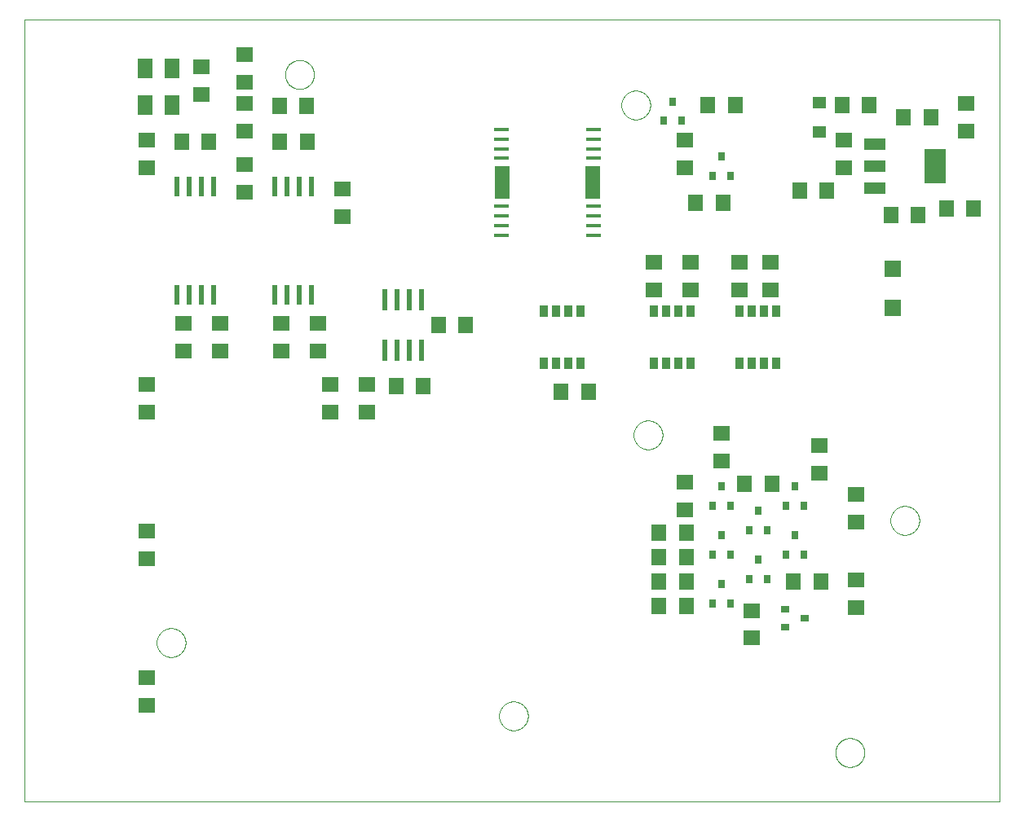
<source format=gtp>
G75*
%MOIN*%
%OFA0B0*%
%FSLAX25Y25*%
%IPPOS*%
%LPD*%
%AMOC8*
5,1,8,0,0,1.08239X$1,22.5*
%
%ADD10C,0.00000*%
%ADD11R,0.06693X0.07087*%
%ADD12R,0.02400X0.08700*%
%ADD13R,0.06299X0.07087*%
%ADD14R,0.07087X0.06299*%
%ADD15R,0.05512X0.04724*%
%ADD16R,0.07098X0.06299*%
%ADD17R,0.06299X0.07098*%
%ADD18R,0.06299X0.07874*%
%ADD19R,0.03150X0.03543*%
%ADD20R,0.02400X0.08000*%
%ADD21R,0.06299X0.01575*%
%ADD22R,0.06000X0.13386*%
%ADD23R,0.03543X0.03150*%
%ADD24R,0.08800X0.04800*%
%ADD25R,0.08661X0.14173*%
%ADD26R,0.03600X0.04500*%
D10*
X0005000Y0037627D02*
X0005000Y0357588D01*
X0403701Y0357588D01*
X0403701Y0037627D01*
X0005000Y0037627D01*
X0059094Y0102627D02*
X0059096Y0102780D01*
X0059102Y0102934D01*
X0059112Y0103087D01*
X0059126Y0103239D01*
X0059144Y0103392D01*
X0059166Y0103543D01*
X0059191Y0103694D01*
X0059221Y0103845D01*
X0059255Y0103995D01*
X0059292Y0104143D01*
X0059333Y0104291D01*
X0059378Y0104437D01*
X0059427Y0104583D01*
X0059480Y0104727D01*
X0059536Y0104869D01*
X0059596Y0105010D01*
X0059660Y0105150D01*
X0059727Y0105288D01*
X0059798Y0105424D01*
X0059873Y0105558D01*
X0059950Y0105690D01*
X0060032Y0105820D01*
X0060116Y0105948D01*
X0060204Y0106074D01*
X0060295Y0106197D01*
X0060389Y0106318D01*
X0060487Y0106436D01*
X0060587Y0106552D01*
X0060691Y0106665D01*
X0060797Y0106776D01*
X0060906Y0106884D01*
X0061018Y0106989D01*
X0061132Y0107090D01*
X0061250Y0107189D01*
X0061369Y0107285D01*
X0061491Y0107378D01*
X0061616Y0107467D01*
X0061743Y0107554D01*
X0061872Y0107636D01*
X0062003Y0107716D01*
X0062136Y0107792D01*
X0062271Y0107865D01*
X0062408Y0107934D01*
X0062547Y0107999D01*
X0062687Y0108061D01*
X0062829Y0108119D01*
X0062972Y0108174D01*
X0063117Y0108225D01*
X0063263Y0108272D01*
X0063410Y0108315D01*
X0063558Y0108354D01*
X0063707Y0108390D01*
X0063857Y0108421D01*
X0064008Y0108449D01*
X0064159Y0108473D01*
X0064312Y0108493D01*
X0064464Y0108509D01*
X0064617Y0108521D01*
X0064770Y0108529D01*
X0064923Y0108533D01*
X0065077Y0108533D01*
X0065230Y0108529D01*
X0065383Y0108521D01*
X0065536Y0108509D01*
X0065688Y0108493D01*
X0065841Y0108473D01*
X0065992Y0108449D01*
X0066143Y0108421D01*
X0066293Y0108390D01*
X0066442Y0108354D01*
X0066590Y0108315D01*
X0066737Y0108272D01*
X0066883Y0108225D01*
X0067028Y0108174D01*
X0067171Y0108119D01*
X0067313Y0108061D01*
X0067453Y0107999D01*
X0067592Y0107934D01*
X0067729Y0107865D01*
X0067864Y0107792D01*
X0067997Y0107716D01*
X0068128Y0107636D01*
X0068257Y0107554D01*
X0068384Y0107467D01*
X0068509Y0107378D01*
X0068631Y0107285D01*
X0068750Y0107189D01*
X0068868Y0107090D01*
X0068982Y0106989D01*
X0069094Y0106884D01*
X0069203Y0106776D01*
X0069309Y0106665D01*
X0069413Y0106552D01*
X0069513Y0106436D01*
X0069611Y0106318D01*
X0069705Y0106197D01*
X0069796Y0106074D01*
X0069884Y0105948D01*
X0069968Y0105820D01*
X0070050Y0105690D01*
X0070127Y0105558D01*
X0070202Y0105424D01*
X0070273Y0105288D01*
X0070340Y0105150D01*
X0070404Y0105010D01*
X0070464Y0104869D01*
X0070520Y0104727D01*
X0070573Y0104583D01*
X0070622Y0104437D01*
X0070667Y0104291D01*
X0070708Y0104143D01*
X0070745Y0103995D01*
X0070779Y0103845D01*
X0070809Y0103694D01*
X0070834Y0103543D01*
X0070856Y0103392D01*
X0070874Y0103239D01*
X0070888Y0103087D01*
X0070898Y0102934D01*
X0070904Y0102780D01*
X0070906Y0102627D01*
X0070904Y0102474D01*
X0070898Y0102320D01*
X0070888Y0102167D01*
X0070874Y0102015D01*
X0070856Y0101862D01*
X0070834Y0101711D01*
X0070809Y0101560D01*
X0070779Y0101409D01*
X0070745Y0101259D01*
X0070708Y0101111D01*
X0070667Y0100963D01*
X0070622Y0100817D01*
X0070573Y0100671D01*
X0070520Y0100527D01*
X0070464Y0100385D01*
X0070404Y0100244D01*
X0070340Y0100104D01*
X0070273Y0099966D01*
X0070202Y0099830D01*
X0070127Y0099696D01*
X0070050Y0099564D01*
X0069968Y0099434D01*
X0069884Y0099306D01*
X0069796Y0099180D01*
X0069705Y0099057D01*
X0069611Y0098936D01*
X0069513Y0098818D01*
X0069413Y0098702D01*
X0069309Y0098589D01*
X0069203Y0098478D01*
X0069094Y0098370D01*
X0068982Y0098265D01*
X0068868Y0098164D01*
X0068750Y0098065D01*
X0068631Y0097969D01*
X0068509Y0097876D01*
X0068384Y0097787D01*
X0068257Y0097700D01*
X0068128Y0097618D01*
X0067997Y0097538D01*
X0067864Y0097462D01*
X0067729Y0097389D01*
X0067592Y0097320D01*
X0067453Y0097255D01*
X0067313Y0097193D01*
X0067171Y0097135D01*
X0067028Y0097080D01*
X0066883Y0097029D01*
X0066737Y0096982D01*
X0066590Y0096939D01*
X0066442Y0096900D01*
X0066293Y0096864D01*
X0066143Y0096833D01*
X0065992Y0096805D01*
X0065841Y0096781D01*
X0065688Y0096761D01*
X0065536Y0096745D01*
X0065383Y0096733D01*
X0065230Y0096725D01*
X0065077Y0096721D01*
X0064923Y0096721D01*
X0064770Y0096725D01*
X0064617Y0096733D01*
X0064464Y0096745D01*
X0064312Y0096761D01*
X0064159Y0096781D01*
X0064008Y0096805D01*
X0063857Y0096833D01*
X0063707Y0096864D01*
X0063558Y0096900D01*
X0063410Y0096939D01*
X0063263Y0096982D01*
X0063117Y0097029D01*
X0062972Y0097080D01*
X0062829Y0097135D01*
X0062687Y0097193D01*
X0062547Y0097255D01*
X0062408Y0097320D01*
X0062271Y0097389D01*
X0062136Y0097462D01*
X0062003Y0097538D01*
X0061872Y0097618D01*
X0061743Y0097700D01*
X0061616Y0097787D01*
X0061491Y0097876D01*
X0061369Y0097969D01*
X0061250Y0098065D01*
X0061132Y0098164D01*
X0061018Y0098265D01*
X0060906Y0098370D01*
X0060797Y0098478D01*
X0060691Y0098589D01*
X0060587Y0098702D01*
X0060487Y0098818D01*
X0060389Y0098936D01*
X0060295Y0099057D01*
X0060204Y0099180D01*
X0060116Y0099306D01*
X0060032Y0099434D01*
X0059950Y0099564D01*
X0059873Y0099696D01*
X0059798Y0099830D01*
X0059727Y0099966D01*
X0059660Y0100104D01*
X0059596Y0100244D01*
X0059536Y0100385D01*
X0059480Y0100527D01*
X0059427Y0100671D01*
X0059378Y0100817D01*
X0059333Y0100963D01*
X0059292Y0101111D01*
X0059255Y0101259D01*
X0059221Y0101409D01*
X0059191Y0101560D01*
X0059166Y0101711D01*
X0059144Y0101862D01*
X0059126Y0102015D01*
X0059112Y0102167D01*
X0059102Y0102320D01*
X0059096Y0102474D01*
X0059094Y0102627D01*
X0199094Y0072627D02*
X0199096Y0072780D01*
X0199102Y0072934D01*
X0199112Y0073087D01*
X0199126Y0073239D01*
X0199144Y0073392D01*
X0199166Y0073543D01*
X0199191Y0073694D01*
X0199221Y0073845D01*
X0199255Y0073995D01*
X0199292Y0074143D01*
X0199333Y0074291D01*
X0199378Y0074437D01*
X0199427Y0074583D01*
X0199480Y0074727D01*
X0199536Y0074869D01*
X0199596Y0075010D01*
X0199660Y0075150D01*
X0199727Y0075288D01*
X0199798Y0075424D01*
X0199873Y0075558D01*
X0199950Y0075690D01*
X0200032Y0075820D01*
X0200116Y0075948D01*
X0200204Y0076074D01*
X0200295Y0076197D01*
X0200389Y0076318D01*
X0200487Y0076436D01*
X0200587Y0076552D01*
X0200691Y0076665D01*
X0200797Y0076776D01*
X0200906Y0076884D01*
X0201018Y0076989D01*
X0201132Y0077090D01*
X0201250Y0077189D01*
X0201369Y0077285D01*
X0201491Y0077378D01*
X0201616Y0077467D01*
X0201743Y0077554D01*
X0201872Y0077636D01*
X0202003Y0077716D01*
X0202136Y0077792D01*
X0202271Y0077865D01*
X0202408Y0077934D01*
X0202547Y0077999D01*
X0202687Y0078061D01*
X0202829Y0078119D01*
X0202972Y0078174D01*
X0203117Y0078225D01*
X0203263Y0078272D01*
X0203410Y0078315D01*
X0203558Y0078354D01*
X0203707Y0078390D01*
X0203857Y0078421D01*
X0204008Y0078449D01*
X0204159Y0078473D01*
X0204312Y0078493D01*
X0204464Y0078509D01*
X0204617Y0078521D01*
X0204770Y0078529D01*
X0204923Y0078533D01*
X0205077Y0078533D01*
X0205230Y0078529D01*
X0205383Y0078521D01*
X0205536Y0078509D01*
X0205688Y0078493D01*
X0205841Y0078473D01*
X0205992Y0078449D01*
X0206143Y0078421D01*
X0206293Y0078390D01*
X0206442Y0078354D01*
X0206590Y0078315D01*
X0206737Y0078272D01*
X0206883Y0078225D01*
X0207028Y0078174D01*
X0207171Y0078119D01*
X0207313Y0078061D01*
X0207453Y0077999D01*
X0207592Y0077934D01*
X0207729Y0077865D01*
X0207864Y0077792D01*
X0207997Y0077716D01*
X0208128Y0077636D01*
X0208257Y0077554D01*
X0208384Y0077467D01*
X0208509Y0077378D01*
X0208631Y0077285D01*
X0208750Y0077189D01*
X0208868Y0077090D01*
X0208982Y0076989D01*
X0209094Y0076884D01*
X0209203Y0076776D01*
X0209309Y0076665D01*
X0209413Y0076552D01*
X0209513Y0076436D01*
X0209611Y0076318D01*
X0209705Y0076197D01*
X0209796Y0076074D01*
X0209884Y0075948D01*
X0209968Y0075820D01*
X0210050Y0075690D01*
X0210127Y0075558D01*
X0210202Y0075424D01*
X0210273Y0075288D01*
X0210340Y0075150D01*
X0210404Y0075010D01*
X0210464Y0074869D01*
X0210520Y0074727D01*
X0210573Y0074583D01*
X0210622Y0074437D01*
X0210667Y0074291D01*
X0210708Y0074143D01*
X0210745Y0073995D01*
X0210779Y0073845D01*
X0210809Y0073694D01*
X0210834Y0073543D01*
X0210856Y0073392D01*
X0210874Y0073239D01*
X0210888Y0073087D01*
X0210898Y0072934D01*
X0210904Y0072780D01*
X0210906Y0072627D01*
X0210904Y0072474D01*
X0210898Y0072320D01*
X0210888Y0072167D01*
X0210874Y0072015D01*
X0210856Y0071862D01*
X0210834Y0071711D01*
X0210809Y0071560D01*
X0210779Y0071409D01*
X0210745Y0071259D01*
X0210708Y0071111D01*
X0210667Y0070963D01*
X0210622Y0070817D01*
X0210573Y0070671D01*
X0210520Y0070527D01*
X0210464Y0070385D01*
X0210404Y0070244D01*
X0210340Y0070104D01*
X0210273Y0069966D01*
X0210202Y0069830D01*
X0210127Y0069696D01*
X0210050Y0069564D01*
X0209968Y0069434D01*
X0209884Y0069306D01*
X0209796Y0069180D01*
X0209705Y0069057D01*
X0209611Y0068936D01*
X0209513Y0068818D01*
X0209413Y0068702D01*
X0209309Y0068589D01*
X0209203Y0068478D01*
X0209094Y0068370D01*
X0208982Y0068265D01*
X0208868Y0068164D01*
X0208750Y0068065D01*
X0208631Y0067969D01*
X0208509Y0067876D01*
X0208384Y0067787D01*
X0208257Y0067700D01*
X0208128Y0067618D01*
X0207997Y0067538D01*
X0207864Y0067462D01*
X0207729Y0067389D01*
X0207592Y0067320D01*
X0207453Y0067255D01*
X0207313Y0067193D01*
X0207171Y0067135D01*
X0207028Y0067080D01*
X0206883Y0067029D01*
X0206737Y0066982D01*
X0206590Y0066939D01*
X0206442Y0066900D01*
X0206293Y0066864D01*
X0206143Y0066833D01*
X0205992Y0066805D01*
X0205841Y0066781D01*
X0205688Y0066761D01*
X0205536Y0066745D01*
X0205383Y0066733D01*
X0205230Y0066725D01*
X0205077Y0066721D01*
X0204923Y0066721D01*
X0204770Y0066725D01*
X0204617Y0066733D01*
X0204464Y0066745D01*
X0204312Y0066761D01*
X0204159Y0066781D01*
X0204008Y0066805D01*
X0203857Y0066833D01*
X0203707Y0066864D01*
X0203558Y0066900D01*
X0203410Y0066939D01*
X0203263Y0066982D01*
X0203117Y0067029D01*
X0202972Y0067080D01*
X0202829Y0067135D01*
X0202687Y0067193D01*
X0202547Y0067255D01*
X0202408Y0067320D01*
X0202271Y0067389D01*
X0202136Y0067462D01*
X0202003Y0067538D01*
X0201872Y0067618D01*
X0201743Y0067700D01*
X0201616Y0067787D01*
X0201491Y0067876D01*
X0201369Y0067969D01*
X0201250Y0068065D01*
X0201132Y0068164D01*
X0201018Y0068265D01*
X0200906Y0068370D01*
X0200797Y0068478D01*
X0200691Y0068589D01*
X0200587Y0068702D01*
X0200487Y0068818D01*
X0200389Y0068936D01*
X0200295Y0069057D01*
X0200204Y0069180D01*
X0200116Y0069306D01*
X0200032Y0069434D01*
X0199950Y0069564D01*
X0199873Y0069696D01*
X0199798Y0069830D01*
X0199727Y0069966D01*
X0199660Y0070104D01*
X0199596Y0070244D01*
X0199536Y0070385D01*
X0199480Y0070527D01*
X0199427Y0070671D01*
X0199378Y0070817D01*
X0199333Y0070963D01*
X0199292Y0071111D01*
X0199255Y0071259D01*
X0199221Y0071409D01*
X0199191Y0071560D01*
X0199166Y0071711D01*
X0199144Y0071862D01*
X0199126Y0072015D01*
X0199112Y0072167D01*
X0199102Y0072320D01*
X0199096Y0072474D01*
X0199094Y0072627D01*
X0254094Y0187627D02*
X0254096Y0187780D01*
X0254102Y0187934D01*
X0254112Y0188087D01*
X0254126Y0188239D01*
X0254144Y0188392D01*
X0254166Y0188543D01*
X0254191Y0188694D01*
X0254221Y0188845D01*
X0254255Y0188995D01*
X0254292Y0189143D01*
X0254333Y0189291D01*
X0254378Y0189437D01*
X0254427Y0189583D01*
X0254480Y0189727D01*
X0254536Y0189869D01*
X0254596Y0190010D01*
X0254660Y0190150D01*
X0254727Y0190288D01*
X0254798Y0190424D01*
X0254873Y0190558D01*
X0254950Y0190690D01*
X0255032Y0190820D01*
X0255116Y0190948D01*
X0255204Y0191074D01*
X0255295Y0191197D01*
X0255389Y0191318D01*
X0255487Y0191436D01*
X0255587Y0191552D01*
X0255691Y0191665D01*
X0255797Y0191776D01*
X0255906Y0191884D01*
X0256018Y0191989D01*
X0256132Y0192090D01*
X0256250Y0192189D01*
X0256369Y0192285D01*
X0256491Y0192378D01*
X0256616Y0192467D01*
X0256743Y0192554D01*
X0256872Y0192636D01*
X0257003Y0192716D01*
X0257136Y0192792D01*
X0257271Y0192865D01*
X0257408Y0192934D01*
X0257547Y0192999D01*
X0257687Y0193061D01*
X0257829Y0193119D01*
X0257972Y0193174D01*
X0258117Y0193225D01*
X0258263Y0193272D01*
X0258410Y0193315D01*
X0258558Y0193354D01*
X0258707Y0193390D01*
X0258857Y0193421D01*
X0259008Y0193449D01*
X0259159Y0193473D01*
X0259312Y0193493D01*
X0259464Y0193509D01*
X0259617Y0193521D01*
X0259770Y0193529D01*
X0259923Y0193533D01*
X0260077Y0193533D01*
X0260230Y0193529D01*
X0260383Y0193521D01*
X0260536Y0193509D01*
X0260688Y0193493D01*
X0260841Y0193473D01*
X0260992Y0193449D01*
X0261143Y0193421D01*
X0261293Y0193390D01*
X0261442Y0193354D01*
X0261590Y0193315D01*
X0261737Y0193272D01*
X0261883Y0193225D01*
X0262028Y0193174D01*
X0262171Y0193119D01*
X0262313Y0193061D01*
X0262453Y0192999D01*
X0262592Y0192934D01*
X0262729Y0192865D01*
X0262864Y0192792D01*
X0262997Y0192716D01*
X0263128Y0192636D01*
X0263257Y0192554D01*
X0263384Y0192467D01*
X0263509Y0192378D01*
X0263631Y0192285D01*
X0263750Y0192189D01*
X0263868Y0192090D01*
X0263982Y0191989D01*
X0264094Y0191884D01*
X0264203Y0191776D01*
X0264309Y0191665D01*
X0264413Y0191552D01*
X0264513Y0191436D01*
X0264611Y0191318D01*
X0264705Y0191197D01*
X0264796Y0191074D01*
X0264884Y0190948D01*
X0264968Y0190820D01*
X0265050Y0190690D01*
X0265127Y0190558D01*
X0265202Y0190424D01*
X0265273Y0190288D01*
X0265340Y0190150D01*
X0265404Y0190010D01*
X0265464Y0189869D01*
X0265520Y0189727D01*
X0265573Y0189583D01*
X0265622Y0189437D01*
X0265667Y0189291D01*
X0265708Y0189143D01*
X0265745Y0188995D01*
X0265779Y0188845D01*
X0265809Y0188694D01*
X0265834Y0188543D01*
X0265856Y0188392D01*
X0265874Y0188239D01*
X0265888Y0188087D01*
X0265898Y0187934D01*
X0265904Y0187780D01*
X0265906Y0187627D01*
X0265904Y0187474D01*
X0265898Y0187320D01*
X0265888Y0187167D01*
X0265874Y0187015D01*
X0265856Y0186862D01*
X0265834Y0186711D01*
X0265809Y0186560D01*
X0265779Y0186409D01*
X0265745Y0186259D01*
X0265708Y0186111D01*
X0265667Y0185963D01*
X0265622Y0185817D01*
X0265573Y0185671D01*
X0265520Y0185527D01*
X0265464Y0185385D01*
X0265404Y0185244D01*
X0265340Y0185104D01*
X0265273Y0184966D01*
X0265202Y0184830D01*
X0265127Y0184696D01*
X0265050Y0184564D01*
X0264968Y0184434D01*
X0264884Y0184306D01*
X0264796Y0184180D01*
X0264705Y0184057D01*
X0264611Y0183936D01*
X0264513Y0183818D01*
X0264413Y0183702D01*
X0264309Y0183589D01*
X0264203Y0183478D01*
X0264094Y0183370D01*
X0263982Y0183265D01*
X0263868Y0183164D01*
X0263750Y0183065D01*
X0263631Y0182969D01*
X0263509Y0182876D01*
X0263384Y0182787D01*
X0263257Y0182700D01*
X0263128Y0182618D01*
X0262997Y0182538D01*
X0262864Y0182462D01*
X0262729Y0182389D01*
X0262592Y0182320D01*
X0262453Y0182255D01*
X0262313Y0182193D01*
X0262171Y0182135D01*
X0262028Y0182080D01*
X0261883Y0182029D01*
X0261737Y0181982D01*
X0261590Y0181939D01*
X0261442Y0181900D01*
X0261293Y0181864D01*
X0261143Y0181833D01*
X0260992Y0181805D01*
X0260841Y0181781D01*
X0260688Y0181761D01*
X0260536Y0181745D01*
X0260383Y0181733D01*
X0260230Y0181725D01*
X0260077Y0181721D01*
X0259923Y0181721D01*
X0259770Y0181725D01*
X0259617Y0181733D01*
X0259464Y0181745D01*
X0259312Y0181761D01*
X0259159Y0181781D01*
X0259008Y0181805D01*
X0258857Y0181833D01*
X0258707Y0181864D01*
X0258558Y0181900D01*
X0258410Y0181939D01*
X0258263Y0181982D01*
X0258117Y0182029D01*
X0257972Y0182080D01*
X0257829Y0182135D01*
X0257687Y0182193D01*
X0257547Y0182255D01*
X0257408Y0182320D01*
X0257271Y0182389D01*
X0257136Y0182462D01*
X0257003Y0182538D01*
X0256872Y0182618D01*
X0256743Y0182700D01*
X0256616Y0182787D01*
X0256491Y0182876D01*
X0256369Y0182969D01*
X0256250Y0183065D01*
X0256132Y0183164D01*
X0256018Y0183265D01*
X0255906Y0183370D01*
X0255797Y0183478D01*
X0255691Y0183589D01*
X0255587Y0183702D01*
X0255487Y0183818D01*
X0255389Y0183936D01*
X0255295Y0184057D01*
X0255204Y0184180D01*
X0255116Y0184306D01*
X0255032Y0184434D01*
X0254950Y0184564D01*
X0254873Y0184696D01*
X0254798Y0184830D01*
X0254727Y0184966D01*
X0254660Y0185104D01*
X0254596Y0185244D01*
X0254536Y0185385D01*
X0254480Y0185527D01*
X0254427Y0185671D01*
X0254378Y0185817D01*
X0254333Y0185963D01*
X0254292Y0186111D01*
X0254255Y0186259D01*
X0254221Y0186409D01*
X0254191Y0186560D01*
X0254166Y0186711D01*
X0254144Y0186862D01*
X0254126Y0187015D01*
X0254112Y0187167D01*
X0254102Y0187320D01*
X0254096Y0187474D01*
X0254094Y0187627D01*
X0359094Y0152627D02*
X0359096Y0152780D01*
X0359102Y0152934D01*
X0359112Y0153087D01*
X0359126Y0153239D01*
X0359144Y0153392D01*
X0359166Y0153543D01*
X0359191Y0153694D01*
X0359221Y0153845D01*
X0359255Y0153995D01*
X0359292Y0154143D01*
X0359333Y0154291D01*
X0359378Y0154437D01*
X0359427Y0154583D01*
X0359480Y0154727D01*
X0359536Y0154869D01*
X0359596Y0155010D01*
X0359660Y0155150D01*
X0359727Y0155288D01*
X0359798Y0155424D01*
X0359873Y0155558D01*
X0359950Y0155690D01*
X0360032Y0155820D01*
X0360116Y0155948D01*
X0360204Y0156074D01*
X0360295Y0156197D01*
X0360389Y0156318D01*
X0360487Y0156436D01*
X0360587Y0156552D01*
X0360691Y0156665D01*
X0360797Y0156776D01*
X0360906Y0156884D01*
X0361018Y0156989D01*
X0361132Y0157090D01*
X0361250Y0157189D01*
X0361369Y0157285D01*
X0361491Y0157378D01*
X0361616Y0157467D01*
X0361743Y0157554D01*
X0361872Y0157636D01*
X0362003Y0157716D01*
X0362136Y0157792D01*
X0362271Y0157865D01*
X0362408Y0157934D01*
X0362547Y0157999D01*
X0362687Y0158061D01*
X0362829Y0158119D01*
X0362972Y0158174D01*
X0363117Y0158225D01*
X0363263Y0158272D01*
X0363410Y0158315D01*
X0363558Y0158354D01*
X0363707Y0158390D01*
X0363857Y0158421D01*
X0364008Y0158449D01*
X0364159Y0158473D01*
X0364312Y0158493D01*
X0364464Y0158509D01*
X0364617Y0158521D01*
X0364770Y0158529D01*
X0364923Y0158533D01*
X0365077Y0158533D01*
X0365230Y0158529D01*
X0365383Y0158521D01*
X0365536Y0158509D01*
X0365688Y0158493D01*
X0365841Y0158473D01*
X0365992Y0158449D01*
X0366143Y0158421D01*
X0366293Y0158390D01*
X0366442Y0158354D01*
X0366590Y0158315D01*
X0366737Y0158272D01*
X0366883Y0158225D01*
X0367028Y0158174D01*
X0367171Y0158119D01*
X0367313Y0158061D01*
X0367453Y0157999D01*
X0367592Y0157934D01*
X0367729Y0157865D01*
X0367864Y0157792D01*
X0367997Y0157716D01*
X0368128Y0157636D01*
X0368257Y0157554D01*
X0368384Y0157467D01*
X0368509Y0157378D01*
X0368631Y0157285D01*
X0368750Y0157189D01*
X0368868Y0157090D01*
X0368982Y0156989D01*
X0369094Y0156884D01*
X0369203Y0156776D01*
X0369309Y0156665D01*
X0369413Y0156552D01*
X0369513Y0156436D01*
X0369611Y0156318D01*
X0369705Y0156197D01*
X0369796Y0156074D01*
X0369884Y0155948D01*
X0369968Y0155820D01*
X0370050Y0155690D01*
X0370127Y0155558D01*
X0370202Y0155424D01*
X0370273Y0155288D01*
X0370340Y0155150D01*
X0370404Y0155010D01*
X0370464Y0154869D01*
X0370520Y0154727D01*
X0370573Y0154583D01*
X0370622Y0154437D01*
X0370667Y0154291D01*
X0370708Y0154143D01*
X0370745Y0153995D01*
X0370779Y0153845D01*
X0370809Y0153694D01*
X0370834Y0153543D01*
X0370856Y0153392D01*
X0370874Y0153239D01*
X0370888Y0153087D01*
X0370898Y0152934D01*
X0370904Y0152780D01*
X0370906Y0152627D01*
X0370904Y0152474D01*
X0370898Y0152320D01*
X0370888Y0152167D01*
X0370874Y0152015D01*
X0370856Y0151862D01*
X0370834Y0151711D01*
X0370809Y0151560D01*
X0370779Y0151409D01*
X0370745Y0151259D01*
X0370708Y0151111D01*
X0370667Y0150963D01*
X0370622Y0150817D01*
X0370573Y0150671D01*
X0370520Y0150527D01*
X0370464Y0150385D01*
X0370404Y0150244D01*
X0370340Y0150104D01*
X0370273Y0149966D01*
X0370202Y0149830D01*
X0370127Y0149696D01*
X0370050Y0149564D01*
X0369968Y0149434D01*
X0369884Y0149306D01*
X0369796Y0149180D01*
X0369705Y0149057D01*
X0369611Y0148936D01*
X0369513Y0148818D01*
X0369413Y0148702D01*
X0369309Y0148589D01*
X0369203Y0148478D01*
X0369094Y0148370D01*
X0368982Y0148265D01*
X0368868Y0148164D01*
X0368750Y0148065D01*
X0368631Y0147969D01*
X0368509Y0147876D01*
X0368384Y0147787D01*
X0368257Y0147700D01*
X0368128Y0147618D01*
X0367997Y0147538D01*
X0367864Y0147462D01*
X0367729Y0147389D01*
X0367592Y0147320D01*
X0367453Y0147255D01*
X0367313Y0147193D01*
X0367171Y0147135D01*
X0367028Y0147080D01*
X0366883Y0147029D01*
X0366737Y0146982D01*
X0366590Y0146939D01*
X0366442Y0146900D01*
X0366293Y0146864D01*
X0366143Y0146833D01*
X0365992Y0146805D01*
X0365841Y0146781D01*
X0365688Y0146761D01*
X0365536Y0146745D01*
X0365383Y0146733D01*
X0365230Y0146725D01*
X0365077Y0146721D01*
X0364923Y0146721D01*
X0364770Y0146725D01*
X0364617Y0146733D01*
X0364464Y0146745D01*
X0364312Y0146761D01*
X0364159Y0146781D01*
X0364008Y0146805D01*
X0363857Y0146833D01*
X0363707Y0146864D01*
X0363558Y0146900D01*
X0363410Y0146939D01*
X0363263Y0146982D01*
X0363117Y0147029D01*
X0362972Y0147080D01*
X0362829Y0147135D01*
X0362687Y0147193D01*
X0362547Y0147255D01*
X0362408Y0147320D01*
X0362271Y0147389D01*
X0362136Y0147462D01*
X0362003Y0147538D01*
X0361872Y0147618D01*
X0361743Y0147700D01*
X0361616Y0147787D01*
X0361491Y0147876D01*
X0361369Y0147969D01*
X0361250Y0148065D01*
X0361132Y0148164D01*
X0361018Y0148265D01*
X0360906Y0148370D01*
X0360797Y0148478D01*
X0360691Y0148589D01*
X0360587Y0148702D01*
X0360487Y0148818D01*
X0360389Y0148936D01*
X0360295Y0149057D01*
X0360204Y0149180D01*
X0360116Y0149306D01*
X0360032Y0149434D01*
X0359950Y0149564D01*
X0359873Y0149696D01*
X0359798Y0149830D01*
X0359727Y0149966D01*
X0359660Y0150104D01*
X0359596Y0150244D01*
X0359536Y0150385D01*
X0359480Y0150527D01*
X0359427Y0150671D01*
X0359378Y0150817D01*
X0359333Y0150963D01*
X0359292Y0151111D01*
X0359255Y0151259D01*
X0359221Y0151409D01*
X0359191Y0151560D01*
X0359166Y0151711D01*
X0359144Y0151862D01*
X0359126Y0152015D01*
X0359112Y0152167D01*
X0359102Y0152320D01*
X0359096Y0152474D01*
X0359094Y0152627D01*
X0336594Y0057627D02*
X0336596Y0057780D01*
X0336602Y0057934D01*
X0336612Y0058087D01*
X0336626Y0058239D01*
X0336644Y0058392D01*
X0336666Y0058543D01*
X0336691Y0058694D01*
X0336721Y0058845D01*
X0336755Y0058995D01*
X0336792Y0059143D01*
X0336833Y0059291D01*
X0336878Y0059437D01*
X0336927Y0059583D01*
X0336980Y0059727D01*
X0337036Y0059869D01*
X0337096Y0060010D01*
X0337160Y0060150D01*
X0337227Y0060288D01*
X0337298Y0060424D01*
X0337373Y0060558D01*
X0337450Y0060690D01*
X0337532Y0060820D01*
X0337616Y0060948D01*
X0337704Y0061074D01*
X0337795Y0061197D01*
X0337889Y0061318D01*
X0337987Y0061436D01*
X0338087Y0061552D01*
X0338191Y0061665D01*
X0338297Y0061776D01*
X0338406Y0061884D01*
X0338518Y0061989D01*
X0338632Y0062090D01*
X0338750Y0062189D01*
X0338869Y0062285D01*
X0338991Y0062378D01*
X0339116Y0062467D01*
X0339243Y0062554D01*
X0339372Y0062636D01*
X0339503Y0062716D01*
X0339636Y0062792D01*
X0339771Y0062865D01*
X0339908Y0062934D01*
X0340047Y0062999D01*
X0340187Y0063061D01*
X0340329Y0063119D01*
X0340472Y0063174D01*
X0340617Y0063225D01*
X0340763Y0063272D01*
X0340910Y0063315D01*
X0341058Y0063354D01*
X0341207Y0063390D01*
X0341357Y0063421D01*
X0341508Y0063449D01*
X0341659Y0063473D01*
X0341812Y0063493D01*
X0341964Y0063509D01*
X0342117Y0063521D01*
X0342270Y0063529D01*
X0342423Y0063533D01*
X0342577Y0063533D01*
X0342730Y0063529D01*
X0342883Y0063521D01*
X0343036Y0063509D01*
X0343188Y0063493D01*
X0343341Y0063473D01*
X0343492Y0063449D01*
X0343643Y0063421D01*
X0343793Y0063390D01*
X0343942Y0063354D01*
X0344090Y0063315D01*
X0344237Y0063272D01*
X0344383Y0063225D01*
X0344528Y0063174D01*
X0344671Y0063119D01*
X0344813Y0063061D01*
X0344953Y0062999D01*
X0345092Y0062934D01*
X0345229Y0062865D01*
X0345364Y0062792D01*
X0345497Y0062716D01*
X0345628Y0062636D01*
X0345757Y0062554D01*
X0345884Y0062467D01*
X0346009Y0062378D01*
X0346131Y0062285D01*
X0346250Y0062189D01*
X0346368Y0062090D01*
X0346482Y0061989D01*
X0346594Y0061884D01*
X0346703Y0061776D01*
X0346809Y0061665D01*
X0346913Y0061552D01*
X0347013Y0061436D01*
X0347111Y0061318D01*
X0347205Y0061197D01*
X0347296Y0061074D01*
X0347384Y0060948D01*
X0347468Y0060820D01*
X0347550Y0060690D01*
X0347627Y0060558D01*
X0347702Y0060424D01*
X0347773Y0060288D01*
X0347840Y0060150D01*
X0347904Y0060010D01*
X0347964Y0059869D01*
X0348020Y0059727D01*
X0348073Y0059583D01*
X0348122Y0059437D01*
X0348167Y0059291D01*
X0348208Y0059143D01*
X0348245Y0058995D01*
X0348279Y0058845D01*
X0348309Y0058694D01*
X0348334Y0058543D01*
X0348356Y0058392D01*
X0348374Y0058239D01*
X0348388Y0058087D01*
X0348398Y0057934D01*
X0348404Y0057780D01*
X0348406Y0057627D01*
X0348404Y0057474D01*
X0348398Y0057320D01*
X0348388Y0057167D01*
X0348374Y0057015D01*
X0348356Y0056862D01*
X0348334Y0056711D01*
X0348309Y0056560D01*
X0348279Y0056409D01*
X0348245Y0056259D01*
X0348208Y0056111D01*
X0348167Y0055963D01*
X0348122Y0055817D01*
X0348073Y0055671D01*
X0348020Y0055527D01*
X0347964Y0055385D01*
X0347904Y0055244D01*
X0347840Y0055104D01*
X0347773Y0054966D01*
X0347702Y0054830D01*
X0347627Y0054696D01*
X0347550Y0054564D01*
X0347468Y0054434D01*
X0347384Y0054306D01*
X0347296Y0054180D01*
X0347205Y0054057D01*
X0347111Y0053936D01*
X0347013Y0053818D01*
X0346913Y0053702D01*
X0346809Y0053589D01*
X0346703Y0053478D01*
X0346594Y0053370D01*
X0346482Y0053265D01*
X0346368Y0053164D01*
X0346250Y0053065D01*
X0346131Y0052969D01*
X0346009Y0052876D01*
X0345884Y0052787D01*
X0345757Y0052700D01*
X0345628Y0052618D01*
X0345497Y0052538D01*
X0345364Y0052462D01*
X0345229Y0052389D01*
X0345092Y0052320D01*
X0344953Y0052255D01*
X0344813Y0052193D01*
X0344671Y0052135D01*
X0344528Y0052080D01*
X0344383Y0052029D01*
X0344237Y0051982D01*
X0344090Y0051939D01*
X0343942Y0051900D01*
X0343793Y0051864D01*
X0343643Y0051833D01*
X0343492Y0051805D01*
X0343341Y0051781D01*
X0343188Y0051761D01*
X0343036Y0051745D01*
X0342883Y0051733D01*
X0342730Y0051725D01*
X0342577Y0051721D01*
X0342423Y0051721D01*
X0342270Y0051725D01*
X0342117Y0051733D01*
X0341964Y0051745D01*
X0341812Y0051761D01*
X0341659Y0051781D01*
X0341508Y0051805D01*
X0341357Y0051833D01*
X0341207Y0051864D01*
X0341058Y0051900D01*
X0340910Y0051939D01*
X0340763Y0051982D01*
X0340617Y0052029D01*
X0340472Y0052080D01*
X0340329Y0052135D01*
X0340187Y0052193D01*
X0340047Y0052255D01*
X0339908Y0052320D01*
X0339771Y0052389D01*
X0339636Y0052462D01*
X0339503Y0052538D01*
X0339372Y0052618D01*
X0339243Y0052700D01*
X0339116Y0052787D01*
X0338991Y0052876D01*
X0338869Y0052969D01*
X0338750Y0053065D01*
X0338632Y0053164D01*
X0338518Y0053265D01*
X0338406Y0053370D01*
X0338297Y0053478D01*
X0338191Y0053589D01*
X0338087Y0053702D01*
X0337987Y0053818D01*
X0337889Y0053936D01*
X0337795Y0054057D01*
X0337704Y0054180D01*
X0337616Y0054306D01*
X0337532Y0054434D01*
X0337450Y0054564D01*
X0337373Y0054696D01*
X0337298Y0054830D01*
X0337227Y0054966D01*
X0337160Y0055104D01*
X0337096Y0055244D01*
X0337036Y0055385D01*
X0336980Y0055527D01*
X0336927Y0055671D01*
X0336878Y0055817D01*
X0336833Y0055963D01*
X0336792Y0056111D01*
X0336755Y0056259D01*
X0336721Y0056409D01*
X0336691Y0056560D01*
X0336666Y0056711D01*
X0336644Y0056862D01*
X0336626Y0057015D01*
X0336612Y0057167D01*
X0336602Y0057320D01*
X0336596Y0057474D01*
X0336594Y0057627D01*
X0249094Y0322627D02*
X0249096Y0322780D01*
X0249102Y0322934D01*
X0249112Y0323087D01*
X0249126Y0323239D01*
X0249144Y0323392D01*
X0249166Y0323543D01*
X0249191Y0323694D01*
X0249221Y0323845D01*
X0249255Y0323995D01*
X0249292Y0324143D01*
X0249333Y0324291D01*
X0249378Y0324437D01*
X0249427Y0324583D01*
X0249480Y0324727D01*
X0249536Y0324869D01*
X0249596Y0325010D01*
X0249660Y0325150D01*
X0249727Y0325288D01*
X0249798Y0325424D01*
X0249873Y0325558D01*
X0249950Y0325690D01*
X0250032Y0325820D01*
X0250116Y0325948D01*
X0250204Y0326074D01*
X0250295Y0326197D01*
X0250389Y0326318D01*
X0250487Y0326436D01*
X0250587Y0326552D01*
X0250691Y0326665D01*
X0250797Y0326776D01*
X0250906Y0326884D01*
X0251018Y0326989D01*
X0251132Y0327090D01*
X0251250Y0327189D01*
X0251369Y0327285D01*
X0251491Y0327378D01*
X0251616Y0327467D01*
X0251743Y0327554D01*
X0251872Y0327636D01*
X0252003Y0327716D01*
X0252136Y0327792D01*
X0252271Y0327865D01*
X0252408Y0327934D01*
X0252547Y0327999D01*
X0252687Y0328061D01*
X0252829Y0328119D01*
X0252972Y0328174D01*
X0253117Y0328225D01*
X0253263Y0328272D01*
X0253410Y0328315D01*
X0253558Y0328354D01*
X0253707Y0328390D01*
X0253857Y0328421D01*
X0254008Y0328449D01*
X0254159Y0328473D01*
X0254312Y0328493D01*
X0254464Y0328509D01*
X0254617Y0328521D01*
X0254770Y0328529D01*
X0254923Y0328533D01*
X0255077Y0328533D01*
X0255230Y0328529D01*
X0255383Y0328521D01*
X0255536Y0328509D01*
X0255688Y0328493D01*
X0255841Y0328473D01*
X0255992Y0328449D01*
X0256143Y0328421D01*
X0256293Y0328390D01*
X0256442Y0328354D01*
X0256590Y0328315D01*
X0256737Y0328272D01*
X0256883Y0328225D01*
X0257028Y0328174D01*
X0257171Y0328119D01*
X0257313Y0328061D01*
X0257453Y0327999D01*
X0257592Y0327934D01*
X0257729Y0327865D01*
X0257864Y0327792D01*
X0257997Y0327716D01*
X0258128Y0327636D01*
X0258257Y0327554D01*
X0258384Y0327467D01*
X0258509Y0327378D01*
X0258631Y0327285D01*
X0258750Y0327189D01*
X0258868Y0327090D01*
X0258982Y0326989D01*
X0259094Y0326884D01*
X0259203Y0326776D01*
X0259309Y0326665D01*
X0259413Y0326552D01*
X0259513Y0326436D01*
X0259611Y0326318D01*
X0259705Y0326197D01*
X0259796Y0326074D01*
X0259884Y0325948D01*
X0259968Y0325820D01*
X0260050Y0325690D01*
X0260127Y0325558D01*
X0260202Y0325424D01*
X0260273Y0325288D01*
X0260340Y0325150D01*
X0260404Y0325010D01*
X0260464Y0324869D01*
X0260520Y0324727D01*
X0260573Y0324583D01*
X0260622Y0324437D01*
X0260667Y0324291D01*
X0260708Y0324143D01*
X0260745Y0323995D01*
X0260779Y0323845D01*
X0260809Y0323694D01*
X0260834Y0323543D01*
X0260856Y0323392D01*
X0260874Y0323239D01*
X0260888Y0323087D01*
X0260898Y0322934D01*
X0260904Y0322780D01*
X0260906Y0322627D01*
X0260904Y0322474D01*
X0260898Y0322320D01*
X0260888Y0322167D01*
X0260874Y0322015D01*
X0260856Y0321862D01*
X0260834Y0321711D01*
X0260809Y0321560D01*
X0260779Y0321409D01*
X0260745Y0321259D01*
X0260708Y0321111D01*
X0260667Y0320963D01*
X0260622Y0320817D01*
X0260573Y0320671D01*
X0260520Y0320527D01*
X0260464Y0320385D01*
X0260404Y0320244D01*
X0260340Y0320104D01*
X0260273Y0319966D01*
X0260202Y0319830D01*
X0260127Y0319696D01*
X0260050Y0319564D01*
X0259968Y0319434D01*
X0259884Y0319306D01*
X0259796Y0319180D01*
X0259705Y0319057D01*
X0259611Y0318936D01*
X0259513Y0318818D01*
X0259413Y0318702D01*
X0259309Y0318589D01*
X0259203Y0318478D01*
X0259094Y0318370D01*
X0258982Y0318265D01*
X0258868Y0318164D01*
X0258750Y0318065D01*
X0258631Y0317969D01*
X0258509Y0317876D01*
X0258384Y0317787D01*
X0258257Y0317700D01*
X0258128Y0317618D01*
X0257997Y0317538D01*
X0257864Y0317462D01*
X0257729Y0317389D01*
X0257592Y0317320D01*
X0257453Y0317255D01*
X0257313Y0317193D01*
X0257171Y0317135D01*
X0257028Y0317080D01*
X0256883Y0317029D01*
X0256737Y0316982D01*
X0256590Y0316939D01*
X0256442Y0316900D01*
X0256293Y0316864D01*
X0256143Y0316833D01*
X0255992Y0316805D01*
X0255841Y0316781D01*
X0255688Y0316761D01*
X0255536Y0316745D01*
X0255383Y0316733D01*
X0255230Y0316725D01*
X0255077Y0316721D01*
X0254923Y0316721D01*
X0254770Y0316725D01*
X0254617Y0316733D01*
X0254464Y0316745D01*
X0254312Y0316761D01*
X0254159Y0316781D01*
X0254008Y0316805D01*
X0253857Y0316833D01*
X0253707Y0316864D01*
X0253558Y0316900D01*
X0253410Y0316939D01*
X0253263Y0316982D01*
X0253117Y0317029D01*
X0252972Y0317080D01*
X0252829Y0317135D01*
X0252687Y0317193D01*
X0252547Y0317255D01*
X0252408Y0317320D01*
X0252271Y0317389D01*
X0252136Y0317462D01*
X0252003Y0317538D01*
X0251872Y0317618D01*
X0251743Y0317700D01*
X0251616Y0317787D01*
X0251491Y0317876D01*
X0251369Y0317969D01*
X0251250Y0318065D01*
X0251132Y0318164D01*
X0251018Y0318265D01*
X0250906Y0318370D01*
X0250797Y0318478D01*
X0250691Y0318589D01*
X0250587Y0318702D01*
X0250487Y0318818D01*
X0250389Y0318936D01*
X0250295Y0319057D01*
X0250204Y0319180D01*
X0250116Y0319306D01*
X0250032Y0319434D01*
X0249950Y0319564D01*
X0249873Y0319696D01*
X0249798Y0319830D01*
X0249727Y0319966D01*
X0249660Y0320104D01*
X0249596Y0320244D01*
X0249536Y0320385D01*
X0249480Y0320527D01*
X0249427Y0320671D01*
X0249378Y0320817D01*
X0249333Y0320963D01*
X0249292Y0321111D01*
X0249255Y0321259D01*
X0249221Y0321409D01*
X0249191Y0321560D01*
X0249166Y0321711D01*
X0249144Y0321862D01*
X0249126Y0322015D01*
X0249112Y0322167D01*
X0249102Y0322320D01*
X0249096Y0322474D01*
X0249094Y0322627D01*
X0111594Y0335127D02*
X0111596Y0335280D01*
X0111602Y0335434D01*
X0111612Y0335587D01*
X0111626Y0335739D01*
X0111644Y0335892D01*
X0111666Y0336043D01*
X0111691Y0336194D01*
X0111721Y0336345D01*
X0111755Y0336495D01*
X0111792Y0336643D01*
X0111833Y0336791D01*
X0111878Y0336937D01*
X0111927Y0337083D01*
X0111980Y0337227D01*
X0112036Y0337369D01*
X0112096Y0337510D01*
X0112160Y0337650D01*
X0112227Y0337788D01*
X0112298Y0337924D01*
X0112373Y0338058D01*
X0112450Y0338190D01*
X0112532Y0338320D01*
X0112616Y0338448D01*
X0112704Y0338574D01*
X0112795Y0338697D01*
X0112889Y0338818D01*
X0112987Y0338936D01*
X0113087Y0339052D01*
X0113191Y0339165D01*
X0113297Y0339276D01*
X0113406Y0339384D01*
X0113518Y0339489D01*
X0113632Y0339590D01*
X0113750Y0339689D01*
X0113869Y0339785D01*
X0113991Y0339878D01*
X0114116Y0339967D01*
X0114243Y0340054D01*
X0114372Y0340136D01*
X0114503Y0340216D01*
X0114636Y0340292D01*
X0114771Y0340365D01*
X0114908Y0340434D01*
X0115047Y0340499D01*
X0115187Y0340561D01*
X0115329Y0340619D01*
X0115472Y0340674D01*
X0115617Y0340725D01*
X0115763Y0340772D01*
X0115910Y0340815D01*
X0116058Y0340854D01*
X0116207Y0340890D01*
X0116357Y0340921D01*
X0116508Y0340949D01*
X0116659Y0340973D01*
X0116812Y0340993D01*
X0116964Y0341009D01*
X0117117Y0341021D01*
X0117270Y0341029D01*
X0117423Y0341033D01*
X0117577Y0341033D01*
X0117730Y0341029D01*
X0117883Y0341021D01*
X0118036Y0341009D01*
X0118188Y0340993D01*
X0118341Y0340973D01*
X0118492Y0340949D01*
X0118643Y0340921D01*
X0118793Y0340890D01*
X0118942Y0340854D01*
X0119090Y0340815D01*
X0119237Y0340772D01*
X0119383Y0340725D01*
X0119528Y0340674D01*
X0119671Y0340619D01*
X0119813Y0340561D01*
X0119953Y0340499D01*
X0120092Y0340434D01*
X0120229Y0340365D01*
X0120364Y0340292D01*
X0120497Y0340216D01*
X0120628Y0340136D01*
X0120757Y0340054D01*
X0120884Y0339967D01*
X0121009Y0339878D01*
X0121131Y0339785D01*
X0121250Y0339689D01*
X0121368Y0339590D01*
X0121482Y0339489D01*
X0121594Y0339384D01*
X0121703Y0339276D01*
X0121809Y0339165D01*
X0121913Y0339052D01*
X0122013Y0338936D01*
X0122111Y0338818D01*
X0122205Y0338697D01*
X0122296Y0338574D01*
X0122384Y0338448D01*
X0122468Y0338320D01*
X0122550Y0338190D01*
X0122627Y0338058D01*
X0122702Y0337924D01*
X0122773Y0337788D01*
X0122840Y0337650D01*
X0122904Y0337510D01*
X0122964Y0337369D01*
X0123020Y0337227D01*
X0123073Y0337083D01*
X0123122Y0336937D01*
X0123167Y0336791D01*
X0123208Y0336643D01*
X0123245Y0336495D01*
X0123279Y0336345D01*
X0123309Y0336194D01*
X0123334Y0336043D01*
X0123356Y0335892D01*
X0123374Y0335739D01*
X0123388Y0335587D01*
X0123398Y0335434D01*
X0123404Y0335280D01*
X0123406Y0335127D01*
X0123404Y0334974D01*
X0123398Y0334820D01*
X0123388Y0334667D01*
X0123374Y0334515D01*
X0123356Y0334362D01*
X0123334Y0334211D01*
X0123309Y0334060D01*
X0123279Y0333909D01*
X0123245Y0333759D01*
X0123208Y0333611D01*
X0123167Y0333463D01*
X0123122Y0333317D01*
X0123073Y0333171D01*
X0123020Y0333027D01*
X0122964Y0332885D01*
X0122904Y0332744D01*
X0122840Y0332604D01*
X0122773Y0332466D01*
X0122702Y0332330D01*
X0122627Y0332196D01*
X0122550Y0332064D01*
X0122468Y0331934D01*
X0122384Y0331806D01*
X0122296Y0331680D01*
X0122205Y0331557D01*
X0122111Y0331436D01*
X0122013Y0331318D01*
X0121913Y0331202D01*
X0121809Y0331089D01*
X0121703Y0330978D01*
X0121594Y0330870D01*
X0121482Y0330765D01*
X0121368Y0330664D01*
X0121250Y0330565D01*
X0121131Y0330469D01*
X0121009Y0330376D01*
X0120884Y0330287D01*
X0120757Y0330200D01*
X0120628Y0330118D01*
X0120497Y0330038D01*
X0120364Y0329962D01*
X0120229Y0329889D01*
X0120092Y0329820D01*
X0119953Y0329755D01*
X0119813Y0329693D01*
X0119671Y0329635D01*
X0119528Y0329580D01*
X0119383Y0329529D01*
X0119237Y0329482D01*
X0119090Y0329439D01*
X0118942Y0329400D01*
X0118793Y0329364D01*
X0118643Y0329333D01*
X0118492Y0329305D01*
X0118341Y0329281D01*
X0118188Y0329261D01*
X0118036Y0329245D01*
X0117883Y0329233D01*
X0117730Y0329225D01*
X0117577Y0329221D01*
X0117423Y0329221D01*
X0117270Y0329225D01*
X0117117Y0329233D01*
X0116964Y0329245D01*
X0116812Y0329261D01*
X0116659Y0329281D01*
X0116508Y0329305D01*
X0116357Y0329333D01*
X0116207Y0329364D01*
X0116058Y0329400D01*
X0115910Y0329439D01*
X0115763Y0329482D01*
X0115617Y0329529D01*
X0115472Y0329580D01*
X0115329Y0329635D01*
X0115187Y0329693D01*
X0115047Y0329755D01*
X0114908Y0329820D01*
X0114771Y0329889D01*
X0114636Y0329962D01*
X0114503Y0330038D01*
X0114372Y0330118D01*
X0114243Y0330200D01*
X0114116Y0330287D01*
X0113991Y0330376D01*
X0113869Y0330469D01*
X0113750Y0330565D01*
X0113632Y0330664D01*
X0113518Y0330765D01*
X0113406Y0330870D01*
X0113297Y0330978D01*
X0113191Y0331089D01*
X0113087Y0331202D01*
X0112987Y0331318D01*
X0112889Y0331436D01*
X0112795Y0331557D01*
X0112704Y0331680D01*
X0112616Y0331806D01*
X0112532Y0331934D01*
X0112450Y0332064D01*
X0112373Y0332196D01*
X0112298Y0332330D01*
X0112227Y0332466D01*
X0112160Y0332604D01*
X0112096Y0332744D01*
X0112036Y0332885D01*
X0111980Y0333027D01*
X0111927Y0333171D01*
X0111878Y0333317D01*
X0111833Y0333463D01*
X0111792Y0333611D01*
X0111755Y0333759D01*
X0111721Y0333909D01*
X0111691Y0334060D01*
X0111666Y0334211D01*
X0111644Y0334362D01*
X0111626Y0334515D01*
X0111612Y0334667D01*
X0111602Y0334820D01*
X0111596Y0334974D01*
X0111594Y0335127D01*
D11*
X0360000Y0255698D03*
X0360000Y0239556D03*
D12*
X0167500Y0242927D03*
X0162500Y0242927D03*
X0157500Y0242927D03*
X0152500Y0242927D03*
X0152500Y0222327D03*
X0157500Y0222327D03*
X0162500Y0222327D03*
X0167500Y0222327D03*
D13*
X0174488Y0232627D03*
X0185512Y0232627D03*
X0168012Y0207627D03*
X0156988Y0207627D03*
X0080512Y0307627D03*
X0069488Y0307627D03*
X0109488Y0322127D03*
X0120512Y0322127D03*
X0321988Y0287627D03*
X0333012Y0287627D03*
X0359488Y0277627D03*
X0370512Y0277627D03*
X0350512Y0322627D03*
X0339488Y0322627D03*
D14*
X0145000Y0208139D03*
X0145000Y0197115D03*
X0055000Y0197115D03*
X0055000Y0208139D03*
X0055000Y0148139D03*
X0055000Y0137115D03*
X0055000Y0088139D03*
X0055000Y0077115D03*
X0135000Y0277115D03*
X0135000Y0288139D03*
X0055000Y0297115D03*
X0055000Y0308139D03*
D15*
X0330000Y0311721D03*
X0330000Y0323532D03*
D16*
X0340000Y0308225D03*
X0340000Y0297028D03*
X0310000Y0258225D03*
X0310000Y0247028D03*
X0297500Y0247028D03*
X0297500Y0258225D03*
X0277500Y0258225D03*
X0277500Y0247028D03*
X0262500Y0247028D03*
X0262500Y0258225D03*
X0275000Y0297028D03*
X0275000Y0308225D03*
X0390000Y0312028D03*
X0390000Y0323225D03*
X0290000Y0188225D03*
X0290000Y0177028D03*
X0275000Y0168225D03*
X0275000Y0157028D03*
X0302500Y0115725D03*
X0302500Y0104528D03*
X0345000Y0117028D03*
X0345000Y0128225D03*
X0345000Y0152028D03*
X0345000Y0163225D03*
X0330000Y0172028D03*
X0330000Y0183225D03*
X0130000Y0197028D03*
X0130000Y0208225D03*
X0125000Y0222028D03*
X0125000Y0233225D03*
X0110000Y0233225D03*
X0110000Y0222028D03*
X0085000Y0222028D03*
X0085000Y0233225D03*
X0070000Y0233225D03*
X0070000Y0222028D03*
X0095000Y0287028D03*
X0095000Y0298225D03*
X0095000Y0312028D03*
X0095000Y0323225D03*
X0095000Y0332028D03*
X0095000Y0343225D03*
X0077500Y0338225D03*
X0077500Y0327028D03*
D17*
X0109402Y0307627D03*
X0120598Y0307627D03*
X0224402Y0205127D03*
X0235598Y0205127D03*
X0264402Y0147627D03*
X0264402Y0137627D03*
X0264402Y0127627D03*
X0264402Y0117627D03*
X0275598Y0117627D03*
X0275598Y0127627D03*
X0275598Y0137627D03*
X0275598Y0147627D03*
X0299402Y0167627D03*
X0310598Y0167627D03*
X0319402Y0127627D03*
X0330598Y0127627D03*
X0381902Y0280127D03*
X0393098Y0280127D03*
X0375598Y0317627D03*
X0364402Y0317627D03*
X0295598Y0322627D03*
X0284402Y0322627D03*
X0279402Y0282627D03*
X0290598Y0282627D03*
D18*
X0065512Y0322627D03*
X0054488Y0322627D03*
X0054488Y0337627D03*
X0065512Y0337627D03*
D19*
X0266260Y0316190D03*
X0273740Y0316190D03*
X0270000Y0324064D03*
X0290000Y0301564D03*
X0286260Y0293690D03*
X0293740Y0293690D03*
X0290000Y0166564D03*
X0286260Y0158690D03*
X0293740Y0158690D03*
X0305000Y0156564D03*
X0301260Y0148690D03*
X0308740Y0148690D03*
X0320000Y0146564D03*
X0316260Y0138690D03*
X0323740Y0138690D03*
X0308740Y0128690D03*
X0301260Y0128690D03*
X0305000Y0136564D03*
X0293740Y0138690D03*
X0286260Y0138690D03*
X0290000Y0146564D03*
X0290000Y0126564D03*
X0286260Y0118690D03*
X0293740Y0118690D03*
X0316260Y0158690D03*
X0323740Y0158690D03*
X0320000Y0166564D03*
D20*
X0122500Y0244827D03*
X0117500Y0244827D03*
X0112500Y0244827D03*
X0107500Y0244827D03*
X0082500Y0244827D03*
X0077500Y0244827D03*
X0072500Y0244827D03*
X0067500Y0244827D03*
X0067500Y0289177D03*
X0072500Y0289177D03*
X0077500Y0289177D03*
X0082500Y0289177D03*
X0107500Y0289177D03*
X0112500Y0289177D03*
X0117500Y0289177D03*
X0122500Y0289177D03*
D21*
X0200000Y0281131D03*
X0200000Y0277194D03*
X0200000Y0273257D03*
X0200000Y0269320D03*
X0200000Y0300816D03*
X0200000Y0304753D03*
X0200000Y0308690D03*
X0200000Y0312627D03*
X0237795Y0312627D03*
X0237795Y0308690D03*
X0237795Y0304753D03*
X0237795Y0300816D03*
X0237795Y0281131D03*
X0237795Y0277194D03*
X0237795Y0273257D03*
X0237795Y0269320D03*
D22*
X0237520Y0290973D03*
X0200276Y0290973D03*
D23*
X0316063Y0116367D03*
X0316063Y0108887D03*
X0323937Y0112627D03*
D24*
X0352800Y0288527D03*
X0352800Y0297627D03*
X0352800Y0306727D03*
D25*
X0377201Y0297627D03*
D26*
X0312500Y0238377D03*
X0307500Y0238377D03*
X0302500Y0238377D03*
X0297500Y0238377D03*
X0277500Y0238377D03*
X0272500Y0238377D03*
X0267500Y0238377D03*
X0262500Y0238377D03*
X0262500Y0216877D03*
X0267500Y0216877D03*
X0272500Y0216877D03*
X0277500Y0216877D03*
X0297500Y0216877D03*
X0302500Y0216877D03*
X0307500Y0216877D03*
X0312500Y0216877D03*
X0232500Y0216877D03*
X0227500Y0216877D03*
X0222500Y0216877D03*
X0217500Y0216877D03*
X0217500Y0238377D03*
X0222500Y0238377D03*
X0227500Y0238377D03*
X0232500Y0238377D03*
M02*

</source>
